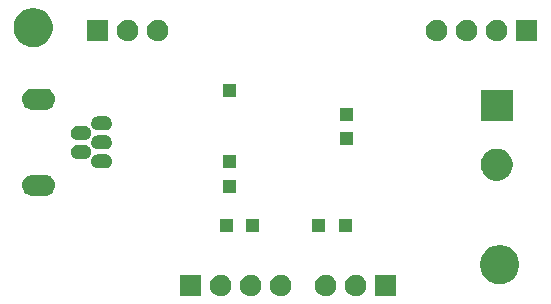
<source format=gbr>
G04 #@! TF.GenerationSoftware,KiCad,Pcbnew,(5.1.5)-3*
G04 #@! TF.CreationDate,2020-04-12T00:35:23-04:00*
G04 #@! TF.ProjectId,ESP_Switch,4553505f-5377-4697-9463-682e6b696361,v1.1*
G04 #@! TF.SameCoordinates,Original*
G04 #@! TF.FileFunction,Soldermask,Bot*
G04 #@! TF.FilePolarity,Negative*
%FSLAX46Y46*%
G04 Gerber Fmt 4.6, Leading zero omitted, Abs format (unit mm)*
G04 Created by KiCad (PCBNEW (5.1.5)-3) date 2020-04-12 00:35:23*
%MOMM*%
%LPD*%
G04 APERTURE LIST*
%ADD10C,0.100000*%
G04 APERTURE END LIST*
D10*
G36*
X113423000Y-103517000D02*
G01*
X111621000Y-103517000D01*
X111621000Y-101715000D01*
X113423000Y-101715000D01*
X113423000Y-103517000D01*
G37*
G36*
X110095512Y-101719927D02*
G01*
X110244812Y-101749624D01*
X110408784Y-101817544D01*
X110556354Y-101916147D01*
X110681853Y-102041646D01*
X110780456Y-102189216D01*
X110848376Y-102353188D01*
X110883000Y-102527259D01*
X110883000Y-102704741D01*
X110848376Y-102878812D01*
X110780456Y-103042784D01*
X110681853Y-103190354D01*
X110556354Y-103315853D01*
X110408784Y-103414456D01*
X110244812Y-103482376D01*
X110095512Y-103512073D01*
X110070742Y-103517000D01*
X109893258Y-103517000D01*
X109868488Y-103512073D01*
X109719188Y-103482376D01*
X109555216Y-103414456D01*
X109407646Y-103315853D01*
X109282147Y-103190354D01*
X109183544Y-103042784D01*
X109115624Y-102878812D01*
X109081000Y-102704741D01*
X109081000Y-102527259D01*
X109115624Y-102353188D01*
X109183544Y-102189216D01*
X109282147Y-102041646D01*
X109407646Y-101916147D01*
X109555216Y-101817544D01*
X109719188Y-101749624D01*
X109868488Y-101719927D01*
X109893258Y-101715000D01*
X110070742Y-101715000D01*
X110095512Y-101719927D01*
G37*
G36*
X96913000Y-103517000D02*
G01*
X95111000Y-103517000D01*
X95111000Y-101715000D01*
X96913000Y-101715000D01*
X96913000Y-103517000D01*
G37*
G36*
X98665512Y-101719927D02*
G01*
X98814812Y-101749624D01*
X98978784Y-101817544D01*
X99126354Y-101916147D01*
X99251853Y-102041646D01*
X99350456Y-102189216D01*
X99418376Y-102353188D01*
X99453000Y-102527259D01*
X99453000Y-102704741D01*
X99418376Y-102878812D01*
X99350456Y-103042784D01*
X99251853Y-103190354D01*
X99126354Y-103315853D01*
X98978784Y-103414456D01*
X98814812Y-103482376D01*
X98665512Y-103512073D01*
X98640742Y-103517000D01*
X98463258Y-103517000D01*
X98438488Y-103512073D01*
X98289188Y-103482376D01*
X98125216Y-103414456D01*
X97977646Y-103315853D01*
X97852147Y-103190354D01*
X97753544Y-103042784D01*
X97685624Y-102878812D01*
X97651000Y-102704741D01*
X97651000Y-102527259D01*
X97685624Y-102353188D01*
X97753544Y-102189216D01*
X97852147Y-102041646D01*
X97977646Y-101916147D01*
X98125216Y-101817544D01*
X98289188Y-101749624D01*
X98438488Y-101719927D01*
X98463258Y-101715000D01*
X98640742Y-101715000D01*
X98665512Y-101719927D01*
G37*
G36*
X101205512Y-101719927D02*
G01*
X101354812Y-101749624D01*
X101518784Y-101817544D01*
X101666354Y-101916147D01*
X101791853Y-102041646D01*
X101890456Y-102189216D01*
X101958376Y-102353188D01*
X101993000Y-102527259D01*
X101993000Y-102704741D01*
X101958376Y-102878812D01*
X101890456Y-103042784D01*
X101791853Y-103190354D01*
X101666354Y-103315853D01*
X101518784Y-103414456D01*
X101354812Y-103482376D01*
X101205512Y-103512073D01*
X101180742Y-103517000D01*
X101003258Y-103517000D01*
X100978488Y-103512073D01*
X100829188Y-103482376D01*
X100665216Y-103414456D01*
X100517646Y-103315853D01*
X100392147Y-103190354D01*
X100293544Y-103042784D01*
X100225624Y-102878812D01*
X100191000Y-102704741D01*
X100191000Y-102527259D01*
X100225624Y-102353188D01*
X100293544Y-102189216D01*
X100392147Y-102041646D01*
X100517646Y-101916147D01*
X100665216Y-101817544D01*
X100829188Y-101749624D01*
X100978488Y-101719927D01*
X101003258Y-101715000D01*
X101180742Y-101715000D01*
X101205512Y-101719927D01*
G37*
G36*
X103745512Y-101719927D02*
G01*
X103894812Y-101749624D01*
X104058784Y-101817544D01*
X104206354Y-101916147D01*
X104331853Y-102041646D01*
X104430456Y-102189216D01*
X104498376Y-102353188D01*
X104533000Y-102527259D01*
X104533000Y-102704741D01*
X104498376Y-102878812D01*
X104430456Y-103042784D01*
X104331853Y-103190354D01*
X104206354Y-103315853D01*
X104058784Y-103414456D01*
X103894812Y-103482376D01*
X103745512Y-103512073D01*
X103720742Y-103517000D01*
X103543258Y-103517000D01*
X103518488Y-103512073D01*
X103369188Y-103482376D01*
X103205216Y-103414456D01*
X103057646Y-103315853D01*
X102932147Y-103190354D01*
X102833544Y-103042784D01*
X102765624Y-102878812D01*
X102731000Y-102704741D01*
X102731000Y-102527259D01*
X102765624Y-102353188D01*
X102833544Y-102189216D01*
X102932147Y-102041646D01*
X103057646Y-101916147D01*
X103205216Y-101817544D01*
X103369188Y-101749624D01*
X103518488Y-101719927D01*
X103543258Y-101715000D01*
X103720742Y-101715000D01*
X103745512Y-101719927D01*
G37*
G36*
X107555512Y-101719927D02*
G01*
X107704812Y-101749624D01*
X107868784Y-101817544D01*
X108016354Y-101916147D01*
X108141853Y-102041646D01*
X108240456Y-102189216D01*
X108308376Y-102353188D01*
X108343000Y-102527259D01*
X108343000Y-102704741D01*
X108308376Y-102878812D01*
X108240456Y-103042784D01*
X108141853Y-103190354D01*
X108016354Y-103315853D01*
X107868784Y-103414456D01*
X107704812Y-103482376D01*
X107555512Y-103512073D01*
X107530742Y-103517000D01*
X107353258Y-103517000D01*
X107328488Y-103512073D01*
X107179188Y-103482376D01*
X107015216Y-103414456D01*
X106867646Y-103315853D01*
X106742147Y-103190354D01*
X106643544Y-103042784D01*
X106575624Y-102878812D01*
X106541000Y-102704741D01*
X106541000Y-102527259D01*
X106575624Y-102353188D01*
X106643544Y-102189216D01*
X106742147Y-102041646D01*
X106867646Y-101916147D01*
X107015216Y-101817544D01*
X107179188Y-101749624D01*
X107328488Y-101719927D01*
X107353258Y-101715000D01*
X107530742Y-101715000D01*
X107555512Y-101719927D01*
G37*
G36*
X122549256Y-99229298D02*
G01*
X122655579Y-99250447D01*
X122956042Y-99374903D01*
X123226451Y-99555585D01*
X123456415Y-99785549D01*
X123637097Y-100055958D01*
X123761553Y-100356421D01*
X123825000Y-100675391D01*
X123825000Y-101000609D01*
X123761553Y-101319579D01*
X123637097Y-101620042D01*
X123456415Y-101890451D01*
X123226451Y-102120415D01*
X122956042Y-102301097D01*
X122655579Y-102425553D01*
X122549256Y-102446702D01*
X122336611Y-102489000D01*
X122011389Y-102489000D01*
X121798744Y-102446702D01*
X121692421Y-102425553D01*
X121391958Y-102301097D01*
X121121549Y-102120415D01*
X120891585Y-101890451D01*
X120710903Y-101620042D01*
X120586447Y-101319579D01*
X120523000Y-101000609D01*
X120523000Y-100675391D01*
X120586447Y-100356421D01*
X120710903Y-100055958D01*
X120891585Y-99785549D01*
X121121549Y-99555585D01*
X121391958Y-99374903D01*
X121692421Y-99250447D01*
X121798744Y-99229298D01*
X122011389Y-99187000D01*
X122336611Y-99187000D01*
X122549256Y-99229298D01*
G37*
G36*
X107358000Y-98087000D02*
G01*
X106256000Y-98087000D01*
X106256000Y-96985000D01*
X107358000Y-96985000D01*
X107358000Y-98087000D01*
G37*
G36*
X99611000Y-98087000D02*
G01*
X98509000Y-98087000D01*
X98509000Y-96985000D01*
X99611000Y-96985000D01*
X99611000Y-98087000D01*
G37*
G36*
X101770000Y-98087000D02*
G01*
X100668000Y-98087000D01*
X100668000Y-96985000D01*
X101770000Y-96985000D01*
X101770000Y-98087000D01*
G37*
G36*
X109644000Y-98087000D02*
G01*
X108542000Y-98087000D01*
X108542000Y-96985000D01*
X109644000Y-96985000D01*
X109644000Y-98087000D01*
G37*
G36*
X83749242Y-93243018D02*
G01*
X83815427Y-93249537D01*
X83985266Y-93301057D01*
X84141791Y-93384722D01*
X84177529Y-93414052D01*
X84278986Y-93497314D01*
X84362248Y-93598771D01*
X84391578Y-93634509D01*
X84475243Y-93791034D01*
X84526763Y-93960873D01*
X84544159Y-94137500D01*
X84526763Y-94314127D01*
X84475243Y-94483966D01*
X84391578Y-94640491D01*
X84362248Y-94676229D01*
X84278986Y-94777686D01*
X84177529Y-94860948D01*
X84141791Y-94890278D01*
X83985266Y-94973943D01*
X83815427Y-95025463D01*
X83749242Y-95031982D01*
X83683060Y-95038500D01*
X82594540Y-95038500D01*
X82528358Y-95031982D01*
X82462173Y-95025463D01*
X82292334Y-94973943D01*
X82135809Y-94890278D01*
X82100071Y-94860948D01*
X81998614Y-94777686D01*
X81915352Y-94676229D01*
X81886022Y-94640491D01*
X81802357Y-94483966D01*
X81750837Y-94314127D01*
X81733441Y-94137500D01*
X81750837Y-93960873D01*
X81802357Y-93791034D01*
X81886022Y-93634509D01*
X81915352Y-93598771D01*
X81998614Y-93497314D01*
X82100071Y-93414052D01*
X82135809Y-93384722D01*
X82292334Y-93301057D01*
X82462173Y-93249537D01*
X82528358Y-93243018D01*
X82594540Y-93236500D01*
X83683060Y-93236500D01*
X83749242Y-93243018D01*
G37*
G36*
X99865000Y-94785000D02*
G01*
X98763000Y-94785000D01*
X98763000Y-93683000D01*
X99865000Y-93683000D01*
X99865000Y-94785000D01*
G37*
G36*
X122210896Y-91056395D02*
G01*
X122314072Y-91076918D01*
X122559939Y-91178759D01*
X122671328Y-91253187D01*
X122781211Y-91326609D01*
X122969391Y-91514789D01*
X122998006Y-91557614D01*
X123090363Y-91695835D01*
X123117242Y-91736063D01*
X123121445Y-91746210D01*
X123219082Y-91981928D01*
X123271000Y-92242938D01*
X123271000Y-92509062D01*
X123219082Y-92770072D01*
X123117241Y-93015939D01*
X122969390Y-93237212D01*
X122781212Y-93425390D01*
X122559939Y-93573241D01*
X122559938Y-93573242D01*
X122559937Y-93573242D01*
X122314072Y-93675082D01*
X122053063Y-93727000D01*
X121786937Y-93727000D01*
X121525928Y-93675082D01*
X121280063Y-93573242D01*
X121280062Y-93573242D01*
X121280061Y-93573241D01*
X121058788Y-93425390D01*
X120870610Y-93237212D01*
X120722759Y-93015939D01*
X120620918Y-92770072D01*
X120569000Y-92509062D01*
X120569000Y-92242938D01*
X120620918Y-91981928D01*
X120718555Y-91746210D01*
X120722758Y-91736063D01*
X120749638Y-91695835D01*
X120841994Y-91557614D01*
X120870609Y-91514789D01*
X121058789Y-91326609D01*
X121168672Y-91253187D01*
X121280061Y-91178759D01*
X121525928Y-91076918D01*
X121629104Y-91056395D01*
X121786937Y-91025000D01*
X122053063Y-91025000D01*
X122210896Y-91056395D01*
G37*
G36*
X88856618Y-91495196D02*
G01*
X88969905Y-91529562D01*
X89074312Y-91585369D01*
X89165827Y-91660473D01*
X89240931Y-91751988D01*
X89296738Y-91856395D01*
X89331104Y-91969682D01*
X89342707Y-92087500D01*
X89331104Y-92205318D01*
X89296738Y-92318605D01*
X89240931Y-92423012D01*
X89165827Y-92514527D01*
X89074312Y-92589631D01*
X88969905Y-92645438D01*
X88856618Y-92679804D01*
X88768319Y-92688500D01*
X88159281Y-92688500D01*
X88070982Y-92679804D01*
X87957695Y-92645438D01*
X87853288Y-92589631D01*
X87761773Y-92514527D01*
X87686669Y-92423012D01*
X87630862Y-92318605D01*
X87596496Y-92205318D01*
X87584893Y-92087500D01*
X87596496Y-91969682D01*
X87630862Y-91856397D01*
X87651713Y-91817386D01*
X87661090Y-91794748D01*
X87665870Y-91770714D01*
X87665870Y-91746210D01*
X87664195Y-91737788D01*
X87672413Y-91736153D01*
X87695052Y-91726776D01*
X87715426Y-91713162D01*
X87732750Y-91695838D01*
X87761773Y-91660473D01*
X87853287Y-91585370D01*
X87853286Y-91585370D01*
X87853288Y-91585369D01*
X87957695Y-91529562D01*
X88070982Y-91495196D01*
X88159281Y-91486500D01*
X88768319Y-91486500D01*
X88856618Y-91495196D01*
G37*
G36*
X99865000Y-92626000D02*
G01*
X98763000Y-92626000D01*
X98763000Y-91524000D01*
X99865000Y-91524000D01*
X99865000Y-92626000D01*
G37*
G36*
X87106618Y-90695196D02*
G01*
X87219905Y-90729562D01*
X87324312Y-90785369D01*
X87324314Y-90785370D01*
X87324313Y-90785370D01*
X87415827Y-90860473D01*
X87444850Y-90895838D01*
X87462174Y-90913162D01*
X87482549Y-90926776D01*
X87505187Y-90936153D01*
X87513406Y-90937788D01*
X87511730Y-90946211D01*
X87511730Y-90970715D01*
X87516510Y-90994748D01*
X87525887Y-91017386D01*
X87546738Y-91056397D01*
X87581104Y-91169682D01*
X87592707Y-91287500D01*
X87581104Y-91405318D01*
X87546738Y-91518603D01*
X87525887Y-91557614D01*
X87516510Y-91580252D01*
X87511730Y-91604286D01*
X87511730Y-91628790D01*
X87513405Y-91637212D01*
X87505187Y-91638847D01*
X87482548Y-91648224D01*
X87462174Y-91661838D01*
X87444850Y-91679162D01*
X87415827Y-91714527D01*
X87370181Y-91751987D01*
X87324312Y-91789631D01*
X87219905Y-91845438D01*
X87106618Y-91879804D01*
X87018319Y-91888500D01*
X86409281Y-91888500D01*
X86320982Y-91879804D01*
X86207695Y-91845438D01*
X86103288Y-91789631D01*
X86011773Y-91714527D01*
X85936669Y-91623012D01*
X85880862Y-91518605D01*
X85846496Y-91405318D01*
X85834893Y-91287500D01*
X85846496Y-91169682D01*
X85880862Y-91056395D01*
X85936669Y-90951988D01*
X86011773Y-90860473D01*
X86103288Y-90785369D01*
X86207695Y-90729562D01*
X86320982Y-90695196D01*
X86409281Y-90686500D01*
X87018319Y-90686500D01*
X87106618Y-90695196D01*
G37*
G36*
X88856618Y-89895196D02*
G01*
X88969905Y-89929562D01*
X89074312Y-89985369D01*
X89165827Y-90060473D01*
X89240931Y-90151988D01*
X89296738Y-90256395D01*
X89331104Y-90369682D01*
X89342707Y-90487500D01*
X89331104Y-90605318D01*
X89296738Y-90718605D01*
X89240931Y-90823012D01*
X89165827Y-90914527D01*
X89074312Y-90989631D01*
X88969905Y-91045438D01*
X88856618Y-91079804D01*
X88768319Y-91088500D01*
X88159281Y-91088500D01*
X88070982Y-91079804D01*
X87957695Y-91045438D01*
X87853288Y-90989631D01*
X87807419Y-90951987D01*
X87761773Y-90914527D01*
X87732750Y-90879162D01*
X87715426Y-90861838D01*
X87695051Y-90848224D01*
X87672413Y-90838847D01*
X87664194Y-90837212D01*
X87665870Y-90828789D01*
X87665870Y-90804285D01*
X87661090Y-90780252D01*
X87651713Y-90757614D01*
X87630862Y-90718603D01*
X87596496Y-90605318D01*
X87584893Y-90487500D01*
X87596496Y-90369682D01*
X87630862Y-90256397D01*
X87651713Y-90217386D01*
X87661090Y-90194748D01*
X87665870Y-90170714D01*
X87665870Y-90146210D01*
X87664195Y-90137788D01*
X87672413Y-90136153D01*
X87695052Y-90126776D01*
X87715426Y-90113162D01*
X87732750Y-90095838D01*
X87761773Y-90060473D01*
X87853287Y-89985370D01*
X87853286Y-89985370D01*
X87853288Y-89985369D01*
X87957695Y-89929562D01*
X88070982Y-89895196D01*
X88159281Y-89886500D01*
X88768319Y-89886500D01*
X88856618Y-89895196D01*
G37*
G36*
X109771000Y-90721000D02*
G01*
X108669000Y-90721000D01*
X108669000Y-89619000D01*
X109771000Y-89619000D01*
X109771000Y-90721000D01*
G37*
G36*
X87106618Y-89095196D02*
G01*
X87219905Y-89129562D01*
X87324312Y-89185369D01*
X87324314Y-89185370D01*
X87324313Y-89185370D01*
X87415827Y-89260473D01*
X87444850Y-89295838D01*
X87462174Y-89313162D01*
X87482549Y-89326776D01*
X87505187Y-89336153D01*
X87513406Y-89337788D01*
X87511730Y-89346211D01*
X87511730Y-89370715D01*
X87516510Y-89394748D01*
X87525887Y-89417386D01*
X87546738Y-89456397D01*
X87581104Y-89569682D01*
X87592707Y-89687500D01*
X87581104Y-89805318D01*
X87546738Y-89918603D01*
X87525887Y-89957614D01*
X87516510Y-89980252D01*
X87511730Y-90004286D01*
X87511730Y-90028790D01*
X87513405Y-90037212D01*
X87505187Y-90038847D01*
X87482548Y-90048224D01*
X87462174Y-90061838D01*
X87444850Y-90079162D01*
X87415827Y-90114527D01*
X87370181Y-90151987D01*
X87324312Y-90189631D01*
X87219905Y-90245438D01*
X87106618Y-90279804D01*
X87018319Y-90288500D01*
X86409281Y-90288500D01*
X86320982Y-90279804D01*
X86207695Y-90245438D01*
X86103288Y-90189631D01*
X86011773Y-90114527D01*
X85936669Y-90023012D01*
X85880862Y-89918605D01*
X85846496Y-89805318D01*
X85834893Y-89687500D01*
X85846496Y-89569682D01*
X85880862Y-89456395D01*
X85936669Y-89351988D01*
X86011773Y-89260473D01*
X86103288Y-89185369D01*
X86207695Y-89129562D01*
X86320982Y-89095196D01*
X86409281Y-89086500D01*
X87018319Y-89086500D01*
X87106618Y-89095196D01*
G37*
G36*
X88856618Y-88295196D02*
G01*
X88969905Y-88329562D01*
X89074312Y-88385369D01*
X89165827Y-88460473D01*
X89240931Y-88551988D01*
X89296738Y-88656395D01*
X89331104Y-88769682D01*
X89342707Y-88887500D01*
X89331104Y-89005318D01*
X89296738Y-89118605D01*
X89240931Y-89223012D01*
X89165827Y-89314527D01*
X89074312Y-89389631D01*
X88969905Y-89445438D01*
X88856618Y-89479804D01*
X88768319Y-89488500D01*
X88159281Y-89488500D01*
X88070982Y-89479804D01*
X87957695Y-89445438D01*
X87853288Y-89389631D01*
X87807419Y-89351987D01*
X87761773Y-89314527D01*
X87732750Y-89279162D01*
X87715426Y-89261838D01*
X87695051Y-89248224D01*
X87672413Y-89238847D01*
X87664194Y-89237212D01*
X87665870Y-89228789D01*
X87665870Y-89204285D01*
X87661090Y-89180252D01*
X87651713Y-89157614D01*
X87630862Y-89118603D01*
X87596496Y-89005318D01*
X87584893Y-88887500D01*
X87596496Y-88769682D01*
X87630862Y-88656395D01*
X87686669Y-88551988D01*
X87761773Y-88460473D01*
X87853288Y-88385369D01*
X87957695Y-88329562D01*
X88070982Y-88295196D01*
X88159281Y-88286500D01*
X88768319Y-88286500D01*
X88856618Y-88295196D01*
G37*
G36*
X123271000Y-88727000D02*
G01*
X120569000Y-88727000D01*
X120569000Y-86025000D01*
X123271000Y-86025000D01*
X123271000Y-88727000D01*
G37*
G36*
X109771000Y-88689000D02*
G01*
X108669000Y-88689000D01*
X108669000Y-87587000D01*
X109771000Y-87587000D01*
X109771000Y-88689000D01*
G37*
G36*
X83749243Y-85943019D02*
G01*
X83815427Y-85949537D01*
X83985266Y-86001057D01*
X84141791Y-86084722D01*
X84177529Y-86114052D01*
X84278986Y-86197314D01*
X84362248Y-86298771D01*
X84391578Y-86334509D01*
X84475243Y-86491034D01*
X84526763Y-86660873D01*
X84544159Y-86837500D01*
X84526763Y-87014127D01*
X84475243Y-87183966D01*
X84391578Y-87340491D01*
X84362248Y-87376229D01*
X84278986Y-87477686D01*
X84177529Y-87560948D01*
X84141791Y-87590278D01*
X83985266Y-87673943D01*
X83815427Y-87725463D01*
X83749242Y-87731982D01*
X83683060Y-87738500D01*
X82594540Y-87738500D01*
X82528358Y-87731982D01*
X82462173Y-87725463D01*
X82292334Y-87673943D01*
X82135809Y-87590278D01*
X82100071Y-87560948D01*
X81998614Y-87477686D01*
X81915352Y-87376229D01*
X81886022Y-87340491D01*
X81802357Y-87183966D01*
X81750837Y-87014127D01*
X81733441Y-86837500D01*
X81750837Y-86660873D01*
X81802357Y-86491034D01*
X81886022Y-86334509D01*
X81915352Y-86298771D01*
X81998614Y-86197314D01*
X82100071Y-86114052D01*
X82135809Y-86084722D01*
X82292334Y-86001057D01*
X82462173Y-85949537D01*
X82528357Y-85943019D01*
X82594540Y-85936500D01*
X83683060Y-85936500D01*
X83749243Y-85943019D01*
G37*
G36*
X99865000Y-86657000D02*
G01*
X98763000Y-86657000D01*
X98763000Y-85555000D01*
X99865000Y-85555000D01*
X99865000Y-86657000D01*
G37*
G36*
X83052256Y-79163298D02*
G01*
X83158579Y-79184447D01*
X83459042Y-79308903D01*
X83729451Y-79489585D01*
X83959415Y-79719549D01*
X84140097Y-79989958D01*
X84264553Y-80290421D01*
X84285702Y-80396744D01*
X84325977Y-80599218D01*
X84328000Y-80609391D01*
X84328000Y-80934609D01*
X84264553Y-81253579D01*
X84140097Y-81554042D01*
X83959415Y-81824451D01*
X83729451Y-82054415D01*
X83459042Y-82235097D01*
X83158579Y-82359553D01*
X83052256Y-82380702D01*
X82839611Y-82423000D01*
X82514389Y-82423000D01*
X82301744Y-82380702D01*
X82195421Y-82359553D01*
X81894958Y-82235097D01*
X81624549Y-82054415D01*
X81394585Y-81824451D01*
X81213903Y-81554042D01*
X81089447Y-81253579D01*
X81026000Y-80934609D01*
X81026000Y-80609391D01*
X81028024Y-80599218D01*
X81068298Y-80396744D01*
X81089447Y-80290421D01*
X81213903Y-79989958D01*
X81394585Y-79719549D01*
X81624549Y-79489585D01*
X81894958Y-79308903D01*
X82195421Y-79184447D01*
X82301744Y-79163298D01*
X82514389Y-79121000D01*
X82839611Y-79121000D01*
X83052256Y-79163298D01*
G37*
G36*
X125361000Y-81927000D02*
G01*
X123559000Y-81927000D01*
X123559000Y-80125000D01*
X125361000Y-80125000D01*
X125361000Y-81927000D01*
G37*
G36*
X122033512Y-80129927D02*
G01*
X122182812Y-80159624D01*
X122346784Y-80227544D01*
X122494354Y-80326147D01*
X122619853Y-80451646D01*
X122718456Y-80599216D01*
X122786376Y-80763188D01*
X122821000Y-80937259D01*
X122821000Y-81114741D01*
X122786376Y-81288812D01*
X122718456Y-81452784D01*
X122619853Y-81600354D01*
X122494354Y-81725853D01*
X122346784Y-81824456D01*
X122182812Y-81892376D01*
X122033512Y-81922073D01*
X122008742Y-81927000D01*
X121831258Y-81927000D01*
X121806488Y-81922073D01*
X121657188Y-81892376D01*
X121493216Y-81824456D01*
X121345646Y-81725853D01*
X121220147Y-81600354D01*
X121121544Y-81452784D01*
X121053624Y-81288812D01*
X121019000Y-81114741D01*
X121019000Y-80937259D01*
X121053624Y-80763188D01*
X121121544Y-80599216D01*
X121220147Y-80451646D01*
X121345646Y-80326147D01*
X121493216Y-80227544D01*
X121657188Y-80159624D01*
X121806488Y-80129927D01*
X121831258Y-80125000D01*
X122008742Y-80125000D01*
X122033512Y-80129927D01*
G37*
G36*
X119493512Y-80129927D02*
G01*
X119642812Y-80159624D01*
X119806784Y-80227544D01*
X119954354Y-80326147D01*
X120079853Y-80451646D01*
X120178456Y-80599216D01*
X120246376Y-80763188D01*
X120281000Y-80937259D01*
X120281000Y-81114741D01*
X120246376Y-81288812D01*
X120178456Y-81452784D01*
X120079853Y-81600354D01*
X119954354Y-81725853D01*
X119806784Y-81824456D01*
X119642812Y-81892376D01*
X119493512Y-81922073D01*
X119468742Y-81927000D01*
X119291258Y-81927000D01*
X119266488Y-81922073D01*
X119117188Y-81892376D01*
X118953216Y-81824456D01*
X118805646Y-81725853D01*
X118680147Y-81600354D01*
X118581544Y-81452784D01*
X118513624Y-81288812D01*
X118479000Y-81114741D01*
X118479000Y-80937259D01*
X118513624Y-80763188D01*
X118581544Y-80599216D01*
X118680147Y-80451646D01*
X118805646Y-80326147D01*
X118953216Y-80227544D01*
X119117188Y-80159624D01*
X119266488Y-80129927D01*
X119291258Y-80125000D01*
X119468742Y-80125000D01*
X119493512Y-80129927D01*
G37*
G36*
X116953512Y-80129927D02*
G01*
X117102812Y-80159624D01*
X117266784Y-80227544D01*
X117414354Y-80326147D01*
X117539853Y-80451646D01*
X117638456Y-80599216D01*
X117706376Y-80763188D01*
X117741000Y-80937259D01*
X117741000Y-81114741D01*
X117706376Y-81288812D01*
X117638456Y-81452784D01*
X117539853Y-81600354D01*
X117414354Y-81725853D01*
X117266784Y-81824456D01*
X117102812Y-81892376D01*
X116953512Y-81922073D01*
X116928742Y-81927000D01*
X116751258Y-81927000D01*
X116726488Y-81922073D01*
X116577188Y-81892376D01*
X116413216Y-81824456D01*
X116265646Y-81725853D01*
X116140147Y-81600354D01*
X116041544Y-81452784D01*
X115973624Y-81288812D01*
X115939000Y-81114741D01*
X115939000Y-80937259D01*
X115973624Y-80763188D01*
X116041544Y-80599216D01*
X116140147Y-80451646D01*
X116265646Y-80326147D01*
X116413216Y-80227544D01*
X116577188Y-80159624D01*
X116726488Y-80129927D01*
X116751258Y-80125000D01*
X116928742Y-80125000D01*
X116953512Y-80129927D01*
G37*
G36*
X89039000Y-81927000D02*
G01*
X87237000Y-81927000D01*
X87237000Y-80125000D01*
X89039000Y-80125000D01*
X89039000Y-81927000D01*
G37*
G36*
X90791512Y-80129927D02*
G01*
X90940812Y-80159624D01*
X91104784Y-80227544D01*
X91252354Y-80326147D01*
X91377853Y-80451646D01*
X91476456Y-80599216D01*
X91544376Y-80763188D01*
X91579000Y-80937259D01*
X91579000Y-81114741D01*
X91544376Y-81288812D01*
X91476456Y-81452784D01*
X91377853Y-81600354D01*
X91252354Y-81725853D01*
X91104784Y-81824456D01*
X90940812Y-81892376D01*
X90791512Y-81922073D01*
X90766742Y-81927000D01*
X90589258Y-81927000D01*
X90564488Y-81922073D01*
X90415188Y-81892376D01*
X90251216Y-81824456D01*
X90103646Y-81725853D01*
X89978147Y-81600354D01*
X89879544Y-81452784D01*
X89811624Y-81288812D01*
X89777000Y-81114741D01*
X89777000Y-80937259D01*
X89811624Y-80763188D01*
X89879544Y-80599216D01*
X89978147Y-80451646D01*
X90103646Y-80326147D01*
X90251216Y-80227544D01*
X90415188Y-80159624D01*
X90564488Y-80129927D01*
X90589258Y-80125000D01*
X90766742Y-80125000D01*
X90791512Y-80129927D01*
G37*
G36*
X93331512Y-80129927D02*
G01*
X93480812Y-80159624D01*
X93644784Y-80227544D01*
X93792354Y-80326147D01*
X93917853Y-80451646D01*
X94016456Y-80599216D01*
X94084376Y-80763188D01*
X94119000Y-80937259D01*
X94119000Y-81114741D01*
X94084376Y-81288812D01*
X94016456Y-81452784D01*
X93917853Y-81600354D01*
X93792354Y-81725853D01*
X93644784Y-81824456D01*
X93480812Y-81892376D01*
X93331512Y-81922073D01*
X93306742Y-81927000D01*
X93129258Y-81927000D01*
X93104488Y-81922073D01*
X92955188Y-81892376D01*
X92791216Y-81824456D01*
X92643646Y-81725853D01*
X92518147Y-81600354D01*
X92419544Y-81452784D01*
X92351624Y-81288812D01*
X92317000Y-81114741D01*
X92317000Y-80937259D01*
X92351624Y-80763188D01*
X92419544Y-80599216D01*
X92518147Y-80451646D01*
X92643646Y-80326147D01*
X92791216Y-80227544D01*
X92955188Y-80159624D01*
X93104488Y-80129927D01*
X93129258Y-80125000D01*
X93306742Y-80125000D01*
X93331512Y-80129927D01*
G37*
M02*

</source>
